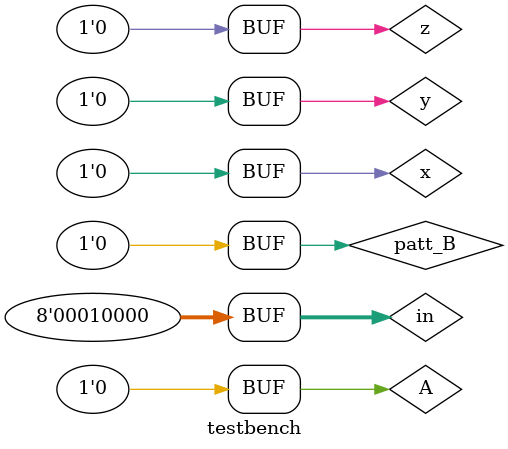
<source format=v>
module testbench;
    reg [0:7] in;

	wire patt_B;
	wire B;
	wire x,y,z,A;

    initial begin
        // $dumpfile("testbench.vcd");
        // $dumpvars(0, testbench);

        #5 in = 0;
        repeat (10000) begin
            #5 in = in + 1;
        end

        $display("OKAY");
    end

    top uut (
	.x(in[1:2]),
	.y(in[3:4]),
	.z(in[5:6]),
	.clk(in[0]),
	.A(in[7]),
	.B(B)
	);
	
    assign  patt_B = (x || y || !z)?  (A & z) : ~x;
    assign x = in[1:2];
    assign y = in[3:4];
    assign z = in[5:6];
    assign A = in[7];

	
	assert_comb out_test(.A(patt_B), .B(B));

endmodule

</source>
